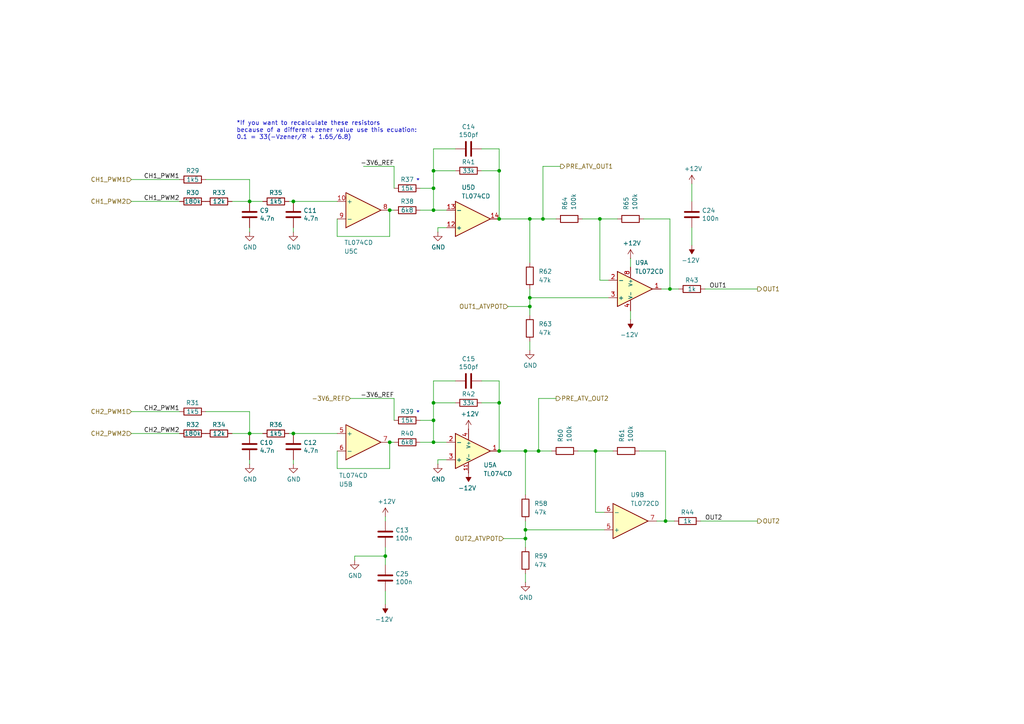
<source format=kicad_sch>
(kicad_sch (version 20231120) (generator "eeschema") (generator_version "8.0")
  (paper "A4")
  (title_block (title "Outputs") (date "2024-09-14") (rev "v0.1") (company "Sluisbrinkie"))
  (lib_symbols
    (symbol "Device:C" (pin_numbers hide) (pin_names (offset 0.254))
      (property "Reference" "C" (at 0.635 2.54 0))
      (property "Value" "C" (at 0.635 -2.54 0))
      (symbol "C_0_1"
        (polyline (pts (xy -2.032 -0.762) (xy 2.032 -0.762)) (stroke (width 0.508)))
        (polyline (pts (xy -2.032 0.762) (xy 2.032 0.762)) (stroke (width 0.508)))
      )
      (symbol "C_1_1"
        (pin passive line (at 0 3.81 270) (length 2.794) (name "~") (number "1"))
        (pin passive line (at 0 -3.81 90) (length 2.794) (name "~") (number "2"))
      )
    )
    (symbol "Device:R" (pin_numbers hide) (pin_names (offset 0))
      (property "Reference" "R" (at 2.032 0 90))
      (property "Value" "R" (at 0 0 90))
      (symbol "R_0_1"
        (rectangle (start -1.016 -2.54) (end 1.016 2.54) (stroke (width 0.254)))
      )
      (symbol "R_1_1"
        (pin passive line (at 0 3.81 270) (length 1.27) (name "~") (number "1"))
        (pin passive line (at 0 -3.81 90) (length 1.27) (name "~") (number "2"))
      )
    )
    (symbol "PCM_Amplifier_Operational_AKL:TL072CD" (pin_names (offset 0.2))
      (property "Reference" "U" (at 1.27 7.62 0))
      (property "Value" "TL072CD" (at 1.27 5.08 0))
      (symbol "TL072CD_0_1"
        (polyline (pts (xy -3.81 5.08) (xy -3.81 -5.08) (xy 6.35 0) (xy -3.81 5.08)) (stroke (width 0.254)) (fill (type background)))
      )
      (symbol "TL072CD_1_1"
        (pin output line (at 8.89 0 180) (length 2.54) (name "~") (number "1"))
        (pin input line (at -6.35 2.54 0) (length 2.54) (name "-") (number "2"))
        (pin input line (at -6.35 -2.54 0) (length 2.54) (name "+") (number "3"))
        (pin power_in line (at 0 -6.35 90) (length 3.18) (name "V-") (number "4"))
        (pin power_in line (at 0 6.35 270) (length 3.18) (name "V+") (number "8"))
      )
      (symbol "TL072CD_2_1"
        (pin input line (at -6.35 -2.54 0) (length 2.54) (name "+") (number "5"))
        (pin input line (at -6.35 2.54 0) (length 2.54) (name "-") (number "6"))
        (pin output line (at 8.89 0 180) (length 2.54) (name "~") (number "7"))
      )
    )
    (symbol "PCM_Amplifier_Operational_AKL:TL074CD" (pin_names (offset 0.2))
      (property "Reference" "U" (at 1.27 7.62 0))
      (property "Value" "TL074CD" (at 1.27 5.08 0))
      (symbol "TL074CD_0_1"
        (polyline (pts (xy -3.81 5.08) (xy -3.81 -5.08) (xy 6.35 0) (xy -3.81 5.08)) (stroke (width 0.254)) (fill (type background)))
      )
      (symbol "TL074CD_1_1"
        (pin output line (at 8.89 0 180) (length 2.54) (name "~") (number "1"))
        (pin power_in line (at 0 -6.35 90) (length 3.18) (name "V-") (number "11"))
        (pin input line (at -6.35 2.54 0) (length 2.54) (name "-") (number "2"))
        (pin input line (at -6.35 -2.54 0) (length 2.54) (name "+") (number "3"))
        (pin power_in line (at 0 6.35 270) (length 3.18) (name "V+") (number "4"))
      )
      (symbol "TL074CD_2_1"
        (pin input line (at -6.35 -2.54 0) (length 2.54) (name "+") (number "5"))
        (pin input line (at -6.35 2.54 0) (length 2.54) (name "-") (number "6"))
        (pin output line (at 8.89 0 180) (length 2.54) (name "~") (number "7"))
      )
      (symbol "TL074CD_3_1"
        (pin input line (at -6.35 -2.54 0) (length 2.54) (name "+") (number "10"))
        (pin output line (at 8.89 0 180) (length 2.54) (name "~") (number "8"))
        (pin input line (at -6.35 2.54 0) (length 2.54) (name "-") (number "9"))
      )
      (symbol "TL074CD_4_1"
        (pin input line (at -6.35 -2.54 0) (length 2.54) (name "+") (number "12"))
        (pin input line (at -6.35 2.54 0) (length 2.54) (name "-") (number "13"))
        (pin output line (at 8.89 0 180) (length 2.54) (name "~") (number "14"))
      )
    )
    (symbol "power:+12V" (power) (pin_numbers hide) (pin_names (offset 0) hide)
      (property "Value" "+12V" (at 0 3.556 0))
      (symbol "+12V_0_1"
        (polyline (pts (xy -0.762 1.27) (xy 0 2.54)))
        (polyline (pts (xy 0 0) (xy 0 2.54)))
        (polyline (pts (xy 0 2.54) (xy 0.762 1.27)))
      )
      (symbol "+12V_1_1"
        (pin power_in line (at 0 0 90) (length 0) (name "~") (number "1"))
      )
    )
    (symbol "power:-12V" (power) (pin_numbers hide) (pin_names (offset 0) hide)
      (property "Value" "-12V" (at 0 3.556 0))
      (symbol "-12V_0_0"
        (pin power_in line (at 0 0 90) (length 0) (name "~") (number "1"))
      )
      (symbol "-12V_0_1"
        (polyline (pts (xy 0 0) (xy 0 1.27) (xy 0.762 1.27) (xy 0 2.54) (xy -0.762 1.27) (xy 0 1.27)) (fill (type outline)))
      )
    )
    (symbol "power:GND" (power) (pin_numbers hide) (pin_names (offset 0) hide)
      (property "Value" "GND" (at 0 -3.81 0))
      (symbol "GND_0_1"
        (polyline (pts (xy 0 0) (xy 0 -1.27) (xy 1.27 -1.27) (xy 0 -2.54) (xy -1.27 -1.27) (xy 0 -1.27)))
      )
      (symbol "GND_1_1"
        (pin power_in line (at 0 0 270) (length 0) (name "~") (number "1"))
      )
    )
  )
  (junction (at 113.03 128.27))
  (junction (at 144.78 130.81))
  (junction (at 157.48 63.5))
  (junction (at 113.03 60.96))
  (junction (at 125.73 60.96))
  (junction (at 152.4 156.21))
  (junction (at 111.76 161.29))
  (junction (at 72.39 125.73))
  (junction (at 125.73 54.61))
  (junction (at 194.31 83.82))
  (junction (at 85.09 125.73))
  (junction (at 153.67 86.36))
  (junction (at 144.78 116.84))
  (junction (at 153.67 88.9))
  (junction (at 125.73 116.84))
  (junction (at 85.09 58.42))
  (junction (at 144.78 63.5))
  (junction (at 125.73 49.53))
  (junction (at 144.78 49.53))
  (junction (at 125.73 121.92))
  (junction (at 152.4 153.67))
  (junction (at 152.4 130.81))
  (junction (at 156.21 130.81))
  (junction (at 125.73 128.27))
  (junction (at 193.04 151.13))
  (junction (at 153.67 63.5))
  (junction (at 173.99 63.5))
  (junction (at 72.39 58.42))
  (junction (at 172.72 130.81))
  (wire (pts (xy 144.78 63.5) (xy 153.67 63.5)))
  (wire (pts (xy 121.92 54.61) (xy 125.73 54.61)))
  (wire (pts (xy 97.79 63.5) (xy 97.79 68.58)))
  (wire (pts (xy 121.92 128.27) (xy 125.73 128.27)))
  (wire (pts (xy 194.31 83.82) (xy 194.31 63.5)))
  (wire (pts (xy 38.1 119.38) (xy 52.07 119.38)))
  (wire (pts (xy 156.21 115.57) (xy 161.29 115.57)))
  (wire (pts (xy 200.66 53.34) (xy 200.66 58.42)))
  (wire (pts (xy 144.78 110.49) (xy 144.78 116.84)))
  (wire (pts (xy 146.05 156.21) (xy 152.4 156.21)))
  (wire (pts (xy 97.79 68.58) (xy 113.03 68.58)))
  (wire (pts (xy 157.48 63.5) (xy 157.48 48.26)))
  (wire (pts (xy 83.82 125.73) (xy 85.09 125.73)))
  (wire (pts (xy 127 67.31) (xy 127 66.04)))
  (wire (pts (xy 97.79 135.89) (xy 113.03 135.89)))
  (wire (pts (xy 152.4 156.21) (xy 152.4 158.75)))
  (wire (pts (xy 139.7 43.18) (xy 144.78 43.18)))
  (wire (pts (xy 190.5 151.13) (xy 193.04 151.13)))
  (wire (pts (xy 72.39 58.42) (xy 76.2 58.42)))
  (wire (pts (xy 59.69 52.07) (xy 72.39 52.07)))
  (wire (pts (xy 147.32 88.9) (xy 153.67 88.9)))
  (wire (pts (xy 111.76 171.45) (xy 111.76 175.26)))
  (wire (pts (xy 200.66 66.04) (xy 200.66 71.12)))
  (wire (pts (xy 111.76 161.29) (xy 111.76 163.83)))
  (wire (pts (xy 204.47 83.82) (xy 219.71 83.82)))
  (wire (pts (xy 139.7 110.49) (xy 144.78 110.49)))
  (wire (pts (xy 186.69 63.5) (xy 194.31 63.5)))
  (wire (pts (xy 173.99 81.28) (xy 173.99 63.5)))
  (wire (pts (xy 132.08 110.49) (xy 125.73 110.49)))
  (wire (pts (xy 193.04 151.13) (xy 193.04 130.81)))
  (wire (pts (xy 153.67 83.82) (xy 153.67 86.36)))
  (wire (pts (xy 156.21 130.81) (xy 160.02 130.81)))
  (wire (pts (xy 144.78 130.81) (xy 152.4 130.81)))
  (wire (pts (xy 85.09 58.42) (xy 97.79 58.42)))
  (wire (pts (xy 185.42 130.81) (xy 193.04 130.81)))
  (wire (pts (xy 113.03 128.27) (xy 114.3 128.27)))
  (wire (pts (xy 125.73 110.49) (xy 125.73 116.84)))
  (wire (pts (xy 152.4 153.67) (xy 175.26 153.67)))
  (wire (pts (xy 182.88 90.17) (xy 182.88 92.71)))
  (wire (pts (xy 139.7 116.84) (xy 144.78 116.84)))
  (wire (pts (xy 125.73 121.92) (xy 125.73 128.27)))
  (wire (pts (xy 72.39 52.07) (xy 72.39 58.42)))
  (wire (pts (xy 168.91 63.5) (xy 173.99 63.5)))
  (wire (pts (xy 113.03 60.96) (xy 113.03 68.58)))
  (wire (pts (xy 125.73 54.61) (xy 125.73 60.96)))
  (wire (pts (xy 97.79 130.81) (xy 97.79 135.89)))
  (wire (pts (xy 113.03 135.89) (xy 113.03 128.27)))
  (wire (pts (xy 125.73 43.18) (xy 125.73 49.53)))
  (wire (pts (xy 83.82 58.42) (xy 85.09 58.42)))
  (wire (pts (xy 72.39 119.38) (xy 72.39 125.73)))
  (wire (pts (xy 152.4 130.81) (xy 156.21 130.81)))
  (wire (pts (xy 176.53 81.28) (xy 173.99 81.28)))
  (wire (pts (xy 113.03 60.96) (xy 114.3 60.96)))
  (wire (pts (xy 157.48 63.5) (xy 161.29 63.5)))
  (wire (pts (xy 144.78 49.53) (xy 144.78 63.5)))
  (wire (pts (xy 125.73 121.92) (xy 125.73 116.84)))
  (wire (pts (xy 38.1 52.07) (xy 52.07 52.07)))
  (wire (pts (xy 139.7 49.53) (xy 144.78 49.53)))
  (wire (pts (xy 121.92 121.92) (xy 125.73 121.92)))
  (wire (pts (xy 194.31 83.82) (xy 196.85 83.82)))
  (wire (pts (xy 191.77 83.82) (xy 194.31 83.82)))
  (wire (pts (xy 125.73 128.27) (xy 129.54 128.27)))
  (wire (pts (xy 85.09 66.04) (xy 85.09 67.31)))
  (wire (pts (xy 38.1 125.73) (xy 52.07 125.73)))
  (wire (pts (xy 85.09 125.73) (xy 97.79 125.73)))
  (wire (pts (xy 152.4 151.13) (xy 152.4 153.67)))
  (wire (pts (xy 111.76 149.86) (xy 111.76 151.13)))
  (wire (pts (xy 152.4 166.37) (xy 152.4 168.91)))
  (wire (pts (xy 153.67 88.9) (xy 153.67 91.44)))
  (wire (pts (xy 167.64 130.81) (xy 172.72 130.81)))
  (wire (pts (xy 125.73 54.61) (xy 125.73 49.53)))
  (wire (pts (xy 114.3 115.57) (xy 114.3 121.92)))
  (wire (pts (xy 67.31 58.42) (xy 72.39 58.42)))
  (wire (pts (xy 127 134.62) (xy 127 133.35)))
  (wire (pts (xy 157.48 48.26) (xy 162.56 48.26)))
  (wire (pts (xy 127 133.35) (xy 129.54 133.35)))
  (wire (pts (xy 121.92 60.96) (xy 125.73 60.96)))
  (wire (pts (xy 175.26 148.59) (xy 172.72 148.59)))
  (wire (pts (xy 101.6 115.57) (xy 114.3 115.57)))
  (wire (pts (xy 72.39 125.73) (xy 76.2 125.73)))
  (wire (pts (xy 203.2 151.13) (xy 219.71 151.13)))
  (wire (pts (xy 125.73 49.53) (xy 132.08 49.53)))
  (wire (pts (xy 152.4 143.51) (xy 152.4 130.81)))
  (wire (pts (xy 114.3 48.26) (xy 114.3 54.61)))
  (wire (pts (xy 153.67 63.5) (xy 157.48 63.5)))
  (wire (pts (xy 72.39 133.35) (xy 72.39 134.62)))
  (wire (pts (xy 125.73 60.96) (xy 129.54 60.96)))
  (wire (pts (xy 144.78 43.18) (xy 144.78 49.53)))
  (wire (pts (xy 193.04 151.13) (xy 195.58 151.13)))
  (wire (pts (xy 156.21 130.81) (xy 156.21 115.57)))
  (wire (pts (xy 111.76 158.75) (xy 111.76 161.29)))
  (wire (pts (xy 102.87 161.29) (xy 111.76 161.29)))
  (wire (pts (xy 153.67 99.06) (xy 153.67 101.6)))
  (wire (pts (xy 152.4 153.67) (xy 152.4 156.21)))
  (wire (pts (xy 105.41 48.26) (xy 114.3 48.26)))
  (wire (pts (xy 153.67 86.36) (xy 176.53 86.36)))
  (wire (pts (xy 153.67 86.36) (xy 153.67 88.9)))
  (wire (pts (xy 172.72 130.81) (xy 177.8 130.81)))
  (wire (pts (xy 72.39 66.04) (xy 72.39 67.31)))
  (wire (pts (xy 132.08 43.18) (xy 125.73 43.18)))
  (wire (pts (xy 67.31 125.73) (xy 72.39 125.73)))
  (wire (pts (xy 153.67 76.2) (xy 153.67 63.5)))
  (wire (pts (xy 85.09 133.35) (xy 85.09 134.62)))
  (wire (pts (xy 127 66.04) (xy 129.54 66.04)))
  (wire (pts (xy 144.78 116.84) (xy 144.78 130.81)))
  (wire (pts (xy 38.1 58.42) (xy 52.07 58.42)))
  (wire (pts (xy 125.73 116.84) (xy 132.08 116.84)))
  (wire (pts (xy 59.69 119.38) (xy 72.39 119.38)))
  (wire (pts (xy 102.87 162.56) (xy 102.87 161.29)))
  (wire (pts (xy 182.88 74.93) (xy 182.88 77.47)))
  (wire (pts (xy 173.99 63.5) (xy 179.07 63.5)))
  (wire (pts (xy 172.72 148.59) (xy 172.72 130.81)))
  (text "*" (at 120.65 53.34 0) (effects (font (size 1.27 1.27)) (justify left bottom)))
  (text "*If you want to recalculate these resistors \nbecause of a different zener value use this ecuation:\n0.1 = 33(-Vzener/R + 1.65/6.8)" (at 68.58 40.64 0) (effects (font (size 1.27 1.27)) (justify left bottom)))
  (text "*" (at 120.65 120.65 0) (effects (font (size 1.27 1.27)) (justify left bottom)))
  (label "CH2_PWM2" (at 52.07 125.73 180))
  (label "CH2_PWM1" (at 52.07 119.38 180))
  (label "-3V6_REF" (at 114.3 48.26 180))
  (label "CH1_PWM2" (at 52.07 58.42 180))
  (label "-3V6_REF" (at 114.3 115.57 180))
  (label "OUT2" (at 204.47 151.13 0))
  (label "OUT1" (at 205.74 83.82 0))
  (label "CH1_PWM1" (at 52.07 52.07 180))
  (hierarchical_label "OUT2" (shape output) (at 219.71 151.13 0))
  (hierarchical_label "CH1_PWM1" (shape input) (at 38.1 52.07 180))
  (hierarchical_label "CH2_PWM2" (shape input) (at 38.1 125.73 180))
  (hierarchical_label "CH2_PWM1" (shape input) (at 38.1 119.38 180))
  (hierarchical_label "OUT2_ATVPOT" (shape input) (at 146.05 156.21 180))
  (hierarchical_label "OUT1" (shape output) (at 219.71 83.82 0))
  (hierarchical_label "CH1_PWM2" (shape input) (at 38.1 58.42 180))
  (hierarchical_label "PRE_ATV_OUT2" (shape output) (at 161.29 115.57 0))
  (hierarchical_label "OUT1_ATVPOT" (shape input) (at 147.32 88.9 180))
  (hierarchical_label "-3V6_REF" (shape input) (at 101.6 115.57 180))
  (hierarchical_label "PRE_ATV_OUT1" (shape output) (at 162.56 48.26 0))
  (symbol (lib_id "Device:C") (at 135.89 43.18 90) (unit 1)
    (property "Reference" "C14" (at 135.89 36.7792 90))
    (property "Value" "150pf" (at 135.89 39.0906 90))
    (property "Footprint" "Capacitor_SMD:C_0603_1608Metric_Pad1.08x0.95mm_HandSolder" (effects (hide yes)))
  )
  (symbol (lib_id "Device:R") (at 199.39 151.13 270) (unit 1)
    (property "Reference" "R44" (at 199.39 148.59 90))
    (property "Value" "1k" (at 199.39 151.13 90))
    (property "Footprint" "Resistor_SMD:R_0603_1608Metric_Pad0.98x0.95mm_HandSolder" (effects (hide yes)))
  )
  (symbol (lib_id "Device:R") (at 153.67 95.25 0) (unit 1)
    (property "Reference" "R63" (at 156.21 93.9799 0) (effects (justify left)))
    (property "Value" "47k" (at 156.21 96.5199 0) (effects (justify left)))
    (property "Footprint" "Resistor_SMD:R_0603_1608Metric_Pad0.98x0.95mm_HandSolder" (effects (hide yes)))
    (property "Description" "Resistor" (effects (hide yes)))
  )
  (symbol (lib_id "Device:C") (at 200.66 62.23 0) (unit 1)
    (property "Reference" "C24" (at 203.581 61.0616 0) (effects (justify left)))
    (property "Value" "100n" (at 203.581 63.373 0) (effects (justify left)))
    (property "Footprint" "Capacitor_SMD:C_0603_1608Metric_Pad1.08x0.95mm_HandSolder" (effects (hide yes)))
  )
  (symbol (lib_id "Device:C") (at 85.09 62.23 0) (unit 1)
    (property "Reference" "C11" (at 88.011 61.0616 0) (effects (justify left)))
    (property "Value" "4.7n" (at 88.011 63.373 0) (effects (justify left)))
    (property "Footprint" "Capacitor_SMD:C_0603_1608Metric_Pad1.08x0.95mm_HandSolder" (effects (hide yes)))
  )
  (symbol (lib_id "power:-12V") (at 111.76 175.26 180) (unit 1)
    (property "Reference" "#PWR054" (effects (hide yes)))
    (property "Value" "-12V" (at 111.379 179.6542 0))
  )
  (symbol (lib_id "Device:R") (at 200.66 83.82 270) (unit 1)
    (property "Reference" "R43" (at 200.66 81.28 90))
    (property "Value" "1k" (at 200.66 83.82 90))
    (property "Footprint" "Resistor_SMD:R_0603_1608Metric_Pad0.98x0.95mm_HandSolder" (effects (hide yes)))
  )
  (symbol (lib_id "Device:R") (at 118.11 121.92 270) (unit 1)
    (property "Reference" "R39" (at 118.11 119.38 90))
    (property "Value" "15k" (at 118.11 121.92 90))
    (property "Footprint" "Resistor_SMD:R_0603_1608Metric_Pad0.98x0.95mm_HandSolder" (effects (hide yes)))
  )
  (symbol (lib_id "power:+12V") (at 135.89 124.46 0) (unit 1)
    (property "Reference" "#PWR092" (effects (hide yes)))
    (property "Value" "+12V" (at 136.271 120.0658 0))
  )
  (symbol (lib_id "PCM_Amplifier_Operational_AKL:TL072CD") (at 181.61 151.13 0) (unit 2)
    (property "Reference" "U9" (at 182.88 143.51 0) (effects (justify left)))
    (property "Value" "TL072CD" (at 182.88 146.05 0) (effects (justify left)))
    (property "Footprint" "PCM_Package_SO_AKL:SO-8_3.9x4.9mm_P1.27mm" (effects (hide yes)))
    (property "Datasheet" "https://www.ti.com/lit/ds/symlink/tl072h.pdf?ts=1635057479364" (effects (hide yes)))
    (property "Description" "SO-8 Dual JFET Low Noise Operational Amplifier, 10mV Offset, 8nV/√Hz Noise, 1MHz GBW, Alternate KiCAD Library" (effects (hide yes)))
  )
  (symbol (lib_id "Device:R") (at 181.61 130.81 90) (unit 1)
    (property "Reference" "R61" (at 180.3399 128.27 0) (effects (justify left)))
    (property "Value" "100k" (at 182.8799 128.27 0) (effects (justify left)))
    (property "Footprint" "Resistor_SMD:R_0603_1608Metric_Pad0.98x0.95mm_HandSolder" (effects (hide yes)))
    (property "Description" "Resistor" (effects (hide yes)))
  )
  (symbol (lib_id "power:GND") (at 85.09 134.62 0) (unit 1)
    (property "Reference" "#PWR052" (effects (hide yes)))
    (property "Value" "GND" (at 85.217 139.0142 0))
  )
  (symbol (lib_id "Device:R") (at 55.88 52.07 270) (unit 1)
    (property "Reference" "R29" (at 55.88 49.53 90))
    (property "Value" "1k5" (at 55.88 52.07 90))
    (property "Footprint" "Resistor_SMD:R_0603_1608Metric_Pad0.98x0.95mm_HandSolder" (effects (hide yes)))
  )
  (symbol (lib_id "power:GND") (at 72.39 67.31 0) (unit 1)
    (property "Reference" "#PWR049" (effects (hide yes)))
    (property "Value" "GND" (at 72.517 71.7042 0))
  )
  (symbol (lib_id "Device:C") (at 85.09 129.54 0) (unit 1)
    (property "Reference" "C12" (at 88.011 128.3716 0) (effects (justify left)))
    (property "Value" "4.7n" (at 88.011 130.683 0) (effects (justify left)))
    (property "Footprint" "Capacitor_SMD:C_0603_1608Metric_Pad1.08x0.95mm_HandSolder" (effects (hide yes)))
  )
  (symbol (lib_id "Device:R") (at 55.88 58.42 270) (unit 1)
    (property "Reference" "R30" (at 55.88 55.88 90))
    (property "Value" "180k" (at 55.88 58.42 90))
    (property "Footprint" "Resistor_SMD:R_0603_1608Metric_Pad0.98x0.95mm_HandSolder" (effects (hide yes)))
  )
  (symbol (lib_id "Device:R") (at 135.89 49.53 270) (unit 1)
    (property "Reference" "R41" (at 135.89 46.99 90))
    (property "Value" "33k" (at 135.89 49.53 90))
    (property "Footprint" "Resistor_SMD:R_0603_1608Metric_Pad0.98x0.95mm_HandSolder" (effects (hide yes)))
  )
  (symbol (lib_id "PCM_Amplifier_Operational_AKL:TL074CD") (at 135.89 130.81 0) (unit 1)
    (property "Reference" "U5" (at 140.208 134.874 0) (effects (justify left)))
    (property "Value" "TL074CD" (at 140.208 137.414 0) (effects (justify left)))
    (property "Footprint" "PCM_Package_SO_AKL:SOIC-14_3.9x8.7mm_P1.27mm" (effects (hide yes)))
    (property "Datasheet" "https://www.ti.com/lit/ds/symlink/tl072h.pdf?ts=1635057479364" (effects (hide yes)))
    (property "Description" "SO-14 Quad JFET Low Noise Operational Amplifier, 10mV Offset, 8nV/√Hz Noise, 1MHz GBW, Alternate KiCAD Library" (effects (hide yes)))
  )
  (symbol (lib_id "power:GND") (at 102.87 162.56 0) (unit 1)
    (property "Reference" "#PWR01" (effects (hide yes)))
    (property "Value" "GND" (at 102.997 166.9542 0))
  )
  (symbol (lib_id "power:-12V") (at 200.66 71.12 180) (unit 1)
    (property "Reference" "#PWR085" (effects (hide yes)))
    (property "Value" "-12V" (at 200.279 75.5142 0))
  )
  (symbol (lib_id "Device:R") (at 135.89 116.84 270) (unit 1)
    (property "Reference" "R42" (at 135.89 114.3 90))
    (property "Value" "33k" (at 135.89 116.84 90))
    (property "Footprint" "Resistor_SMD:R_0603_1608Metric_Pad0.98x0.95mm_HandSolder" (effects (hide yes)))
  )
  (symbol (lib_id "Device:C") (at 135.89 110.49 90) (unit 1)
    (property "Reference" "C15" (at 135.89 104.0892 90))
    (property "Value" "150pf" (at 135.89 106.4006 90))
    (property "Footprint" "Capacitor_SMD:C_0603_1608Metric_Pad1.08x0.95mm_HandSolder" (effects (hide yes)))
  )
  (symbol (lib_id "Device:R") (at 118.11 128.27 270) (unit 1)
    (property "Reference" "R40" (at 118.11 125.73 90))
    (property "Value" "6k8" (at 118.11 128.27 90))
    (property "Footprint" "Resistor_SMD:R_0603_1608Metric_Pad0.98x0.95mm_HandSolder" (effects (hide yes)))
  )
  (symbol (lib_id "power:GND") (at 153.67 101.6 0) (unit 1)
    (property "Reference" "#PWR083" (effects (hide yes)))
    (property "Value" "GND" (at 153.797 105.9942 0))
  )
  (symbol (lib_id "Device:R") (at 165.1 63.5 90) (unit 1)
    (property "Reference" "R64" (at 163.8299 60.96 0) (effects (justify left)))
    (property "Value" "100k" (at 166.3699 60.96 0) (effects (justify left)))
    (property "Footprint" "Resistor_SMD:R_0603_1608Metric_Pad0.98x0.95mm_HandSolder" (effects (hide yes)))
    (property "Description" "Resistor" (effects (hide yes)))
  )
  (symbol (lib_id "Device:C") (at 72.39 62.23 0) (unit 1)
    (property "Reference" "C9" (at 75.311 61.0616 0) (effects (justify left)))
    (property "Value" "4.7n" (at 75.311 63.373 0) (effects (justify left)))
    (property "Footprint" "Capacitor_SMD:C_0603_1608Metric_Pad1.08x0.95mm_HandSolder" (effects (hide yes)))
  )
  (symbol (lib_id "Device:R") (at 152.4 147.32 0) (unit 1)
    (property "Reference" "R58" (at 154.94 146.0499 0) (effects (justify left)))
    (property "Value" "47k" (at 154.94 148.5899 0) (effects (justify left)))
    (property "Footprint" "Resistor_SMD:R_0603_1608Metric_Pad0.98x0.95mm_HandSolder" (effects (hide yes)))
    (property "Description" "Resistor" (effects (hide yes)))
  )
  (symbol (lib_id "Device:R") (at 80.01 58.42 270) (unit 1)
    (property "Reference" "R35" (at 80.01 55.88 90))
    (property "Value" "1k5" (at 80.01 58.42 90))
    (property "Footprint" "Resistor_SMD:R_0603_1608Metric_Pad0.98x0.95mm_HandSolder" (effects (hide yes)))
  )
  (symbol (lib_id "power:GND") (at 152.4 168.91 0) (unit 1)
    (property "Reference" "#PWR082" (effects (hide yes)))
    (property "Value" "GND" (at 152.527 173.3042 0))
  )
  (symbol (lib_id "Device:R") (at 152.4 162.56 0) (unit 1)
    (property "Reference" "R59" (at 154.94 161.2899 0) (effects (justify left)))
    (property "Value" "47k" (at 154.94 163.8299 0) (effects (justify left)))
    (property "Footprint" "Resistor_SMD:R_0603_1608Metric_Pad0.98x0.95mm_HandSolder" (effects (hide yes)))
    (property "Description" "Resistor" (effects (hide yes)))
  )
  (symbol (lib_id "Device:R") (at 55.88 119.38 270) (unit 1)
    (property "Reference" "R31" (at 55.88 116.84 90))
    (property "Value" "1k5" (at 55.88 119.38 90))
    (property "Footprint" "Resistor_SMD:R_0603_1608Metric_Pad0.98x0.95mm_HandSolder" (effects (hide yes)))
  )
  (symbol (lib_id "power:GND") (at 127 67.31 0) (unit 1)
    (property "Reference" "#PWR055" (effects (hide yes)))
    (property "Value" "GND" (at 127.127 71.7042 0))
  )
  (symbol (lib_id "PCM_Amplifier_Operational_AKL:TL072CD") (at 182.88 83.82 0) (unit 1)
    (property "Reference" "U9" (at 184.15 76.2 0) (effects (justify left)))
    (property "Value" "TL072CD" (at 184.15 78.74 0) (effects (justify left)))
    (property "Footprint" "PCM_Package_SO_AKL:SO-8_3.9x4.9mm_P1.27mm" (effects (hide yes)))
    (property "Datasheet" "https://www.ti.com/lit/ds/symlink/tl072h.pdf?ts=1635057479364" (effects (hide yes)))
    (property "Description" "SO-8 Dual JFET Low Noise Operational Amplifier, 10mV Offset, 8nV/√Hz Noise, 1MHz GBW, Alternate KiCAD Library" (effects (hide yes)))
  )
  (symbol (lib_id "PCM_Amplifier_Operational_AKL:TL074CD") (at 135.89 63.5 0) (unit 4)
    (property "Reference" "U5" (at 133.858 54.356 0) (effects (justify left)))
    (property "Value" "TL074CD" (at 133.858 56.896 0) (effects (justify left)))
    (property "Footprint" "PCM_Package_SO_AKL:SOIC-14_3.9x8.7mm_P1.27mm" (effects (hide yes)))
    (property "Datasheet" "https://www.ti.com/lit/ds/symlink/tl072h.pdf?ts=1635057479364" (effects (hide yes)))
    (property "Description" "SO-14 Quad JFET Low Noise Operational Amplifier, 10mV Offset, 8nV/√Hz Noise, 1MHz GBW, Alternate KiCAD Library" (effects (hide yes)))
  )
  (symbol (lib_id "Device:R") (at 153.67 80.01 0) (unit 1)
    (property "Reference" "R62" (at 156.21 78.7399 0) (effects (justify left)))
    (property "Value" "47k" (at 156.21 81.2799 0) (effects (justify left)))
    (property "Footprint" "Resistor_SMD:R_0603_1608Metric_Pad0.98x0.95mm_HandSolder" (effects (hide yes)))
    (property "Description" "Resistor" (effects (hide yes)))
  )
  (symbol (lib_id "Device:R") (at 182.88 63.5 90) (unit 1)
    (property "Reference" "R65" (at 181.6099 60.96 0) (effects (justify left)))
    (property "Value" "100k" (at 184.1499 60.96 0) (effects (justify left)))
    (property "Footprint" "Resistor_SMD:R_0603_1608Metric_Pad0.98x0.95mm_HandSolder" (effects (hide yes)))
    (property "Description" "Resistor" (effects (hide yes)))
  )
  (symbol (lib_id "Device:R") (at 80.01 125.73 270) (unit 1)
    (property "Reference" "R36" (at 80.01 123.19 90))
    (property "Value" "1k5" (at 80.01 125.73 90))
    (property "Footprint" "Resistor_SMD:R_0603_1608Metric_Pad0.98x0.95mm_HandSolder" (effects (hide yes)))
  )
  (symbol (lib_id "Device:C") (at 111.76 154.94 0) (unit 1)
    (property "Reference" "C13" (at 114.681 153.7716 0) (effects (justify left)))
    (property "Value" "100n" (at 114.681 156.083 0) (effects (justify left)))
    (property "Footprint" "Capacitor_SMD:C_0603_1608Metric_Pad1.08x0.95mm_HandSolder" (effects (hide yes)))
  )
  (symbol (lib_id "power:+12V") (at 182.88 74.93 0) (unit 1)
    (property "Reference" "#PWR086" (effects (hide yes)))
    (property "Value" "+12V" (at 183.261 70.5358 0))
  )
  (symbol (lib_id "power:-12V") (at 135.89 137.16 180) (unit 1)
    (property "Reference" "#PWR093" (effects (hide yes)))
    (property "Value" "-12V" (at 135.509 141.5542 0))
  )
  (symbol (lib_id "Device:C") (at 111.76 167.64 0) (unit 1)
    (property "Reference" "C25" (at 114.681 166.4716 0) (effects (justify left)))
    (property "Value" "100n" (at 114.681 168.783 0) (effects (justify left)))
    (property "Footprint" "Capacitor_SMD:C_0603_1608Metric_Pad1.08x0.95mm_HandSolder" (effects (hide yes)))
  )
  (symbol (lib_id "PCM_Amplifier_Operational_AKL:TL074CD") (at 104.14 128.27 0) (mirror x) (unit 2)
    (property "Reference" "U5" (at 98.298 140.462 0) (effects (justify left)))
    (property "Value" "TL074CD" (at 98.298 137.922 0) (effects (justify left)))
    (property "Footprint" "PCM_Package_SO_AKL:SOIC-14_3.9x8.7mm_P1.27mm" (effects (hide yes)))
    (property "Datasheet" "https://www.ti.com/lit/ds/symlink/tl072h.pdf?ts=1635057479364" (effects (hide yes)))
    (property "Description" "SO-14 Quad JFET Low Noise Operational Amplifier, 10mV Offset, 8nV/√Hz Noise, 1MHz GBW, Alternate KiCAD Library" (effects (hide yes)))
  )
  (symbol (lib_id "Device:R") (at 63.5 125.73 270) (unit 1)
    (property "Reference" "R34" (at 63.5 123.19 90))
    (property "Value" "12k" (at 63.5 125.73 90))
    (property "Footprint" "Resistor_SMD:R_0603_1608Metric_Pad0.98x0.95mm_HandSolder" (effects (hide yes)))
  )
  (symbol (lib_id "Device:R") (at 118.11 54.61 270) (unit 1)
    (property "Reference" "R37" (at 118.11 52.07 90))
    (property "Value" "15k" (at 118.11 54.61 90))
    (property "Footprint" "Resistor_SMD:R_0603_1608Metric_Pad0.98x0.95mm_HandSolder" (effects (hide yes)))
  )
  (symbol (lib_id "power:GND") (at 85.09 67.31 0) (unit 1)
    (property "Reference" "#PWR051" (effects (hide yes)))
    (property "Value" "GND" (at 85.217 71.7042 0))
  )
  (symbol (lib_id "Device:R") (at 163.83 130.81 90) (unit 1)
    (property "Reference" "R60" (at 162.5599 128.27 0) (effects (justify left)))
    (property "Value" "100k" (at 165.0999 128.27 0) (effects (justify left)))
    (property "Footprint" "Resistor_SMD:R_0603_1608Metric_Pad0.98x0.95mm_HandSolder" (effects (hide yes)))
    (property "Description" "Resistor" (effects (hide yes)))
  )
  (symbol (lib_id "power:GND") (at 127 134.62 0) (unit 1)
    (property "Reference" "#PWR056" (effects (hide yes)))
    (property "Value" "GND" (at 127.127 139.0142 0))
  )
  (symbol (lib_id "power:+12V") (at 200.66 53.34 0) (unit 1)
    (property "Reference" "#PWR084" (effects (hide yes)))
    (property "Value" "+12V" (at 201.041 48.9458 0))
  )
  (symbol (lib_id "Device:R") (at 63.5 58.42 270) (unit 1)
    (property "Reference" "R33" (at 63.5 55.88 90))
    (property "Value" "12k" (at 63.5 58.42 90))
    (property "Footprint" "Resistor_SMD:R_0603_1608Metric_Pad0.98x0.95mm_HandSolder" (effects (hide yes)))
  )
  (symbol (lib_id "Device:R") (at 55.88 125.73 270) (unit 1)
    (property "Reference" "R32" (at 55.88 123.19 90))
    (property "Value" "180k" (at 55.88 125.73 90))
    (property "Footprint" "Resistor_SMD:R_0603_1608Metric_Pad0.98x0.95mm_HandSolder" (effects (hide yes)))
  )
  (symbol (lib_id "Device:R") (at 118.11 60.96 270) (unit 1)
    (property "Reference" "R38" (at 118.11 58.42 90))
    (property "Value" "6k8" (at 118.11 60.96 90))
    (property "Footprint" "Resistor_SMD:R_0603_1608Metric_Pad0.98x0.95mm_HandSolder" (effects (hide yes)))
  )
  (symbol (lib_id "Device:C") (at 72.39 129.54 0) (unit 1)
    (property "Reference" "C10" (at 75.311 128.3716 0) (effects (justify left)))
    (property "Value" "4.7n" (at 75.311 130.683 0) (effects (justify left)))
    (property "Footprint" "Capacitor_SMD:C_0603_1608Metric_Pad1.08x0.95mm_HandSolder" (effects (hide yes)))
  )
  (symbol (lib_id "power:-12V") (at 182.88 92.71 180) (unit 1)
    (property "Reference" "#PWR087" (effects (hide yes)))
    (property "Value" "-12V" (at 182.499 97.1042 0))
  )
  (symbol (lib_id "power:+12V") (at 111.76 149.86 0) (unit 1)
    (property "Reference" "#PWR053" (effects (hide yes)))
    (property "Value" "+12V" (at 112.141 145.4658 0))
  )
  (symbol (lib_id "power:GND") (at 72.39 134.62 0) (unit 1)
    (property "Reference" "#PWR050" (effects (hide yes)))
    (property "Value" "GND" (at 72.517 139.0142 0))
  )
  (symbol (lib_id "PCM_Amplifier_Operational_AKL:TL074CD") (at 104.14 60.96 0) (mirror x) (unit 3)
    (property "Reference" "U5" (at 99.822 72.898 0) (effects (justify left)))
    (property "Value" "TL074CD" (at 99.822 70.358 0) (effects (justify left)))
    (property "Footprint" "PCM_Package_SO_AKL:SOIC-14_3.9x8.7mm_P1.27mm" (effects (hide yes)))
    (property "Datasheet" "https://www.ti.com/lit/ds/symlink/tl072h.pdf?ts=1635057479364" (effects (hide yes)))
    (property "Description" "SO-14 Quad JFET Low Noise Operational Amplifier, 10mV Offset, 8nV/√Hz Noise, 1MHz GBW, Alternate KiCAD Library" (effects (hide yes)))
  )
)
</source>
